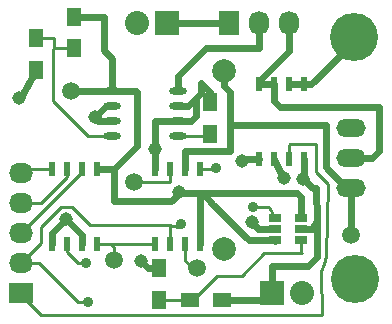
<source format=gtl>
G04 #@! TF.FileFunction,Copper,L1,Top,Signal*
%FSLAX46Y46*%
G04 Gerber Fmt 4.6, Leading zero omitted, Abs format (unit mm)*
G04 Created by KiCad (PCBNEW (2015-04-09 BZR 5589)-product) date Wednesday, 15 April 2015 07:54:32 pm*
%MOMM*%
G01*
G04 APERTURE LIST*
%ADD10C,0.150000*%
%ADD11R,2.032000X2.032000*%
%ADD12O,2.032000X2.032000*%
%ADD13R,2.032000X1.727200*%
%ADD14O,2.032000X1.727200*%
%ADD15R,1.727200X2.032000*%
%ADD16O,1.727200X2.032000*%
%ADD17C,1.501140*%
%ADD18O,2.499360X1.501140*%
%ADD19C,1.998980*%
%ADD20R,1.300000X1.500000*%
%ADD21R,1.500000X1.300000*%
%ADD22R,0.508000X1.143000*%
%ADD23O,1.473200X0.609600*%
%ADD24R,1.060000X0.650000*%
%ADD25C,4.064000*%
%ADD26C,1.143000*%
%ADD27C,0.889000*%
%ADD28C,0.609600*%
%ADD29C,0.254000*%
G04 APERTURE END LIST*
D10*
D11*
X157480000Y-96520000D03*
D12*
X154940000Y-96520000D03*
D11*
X166370000Y-119380000D03*
D12*
X168910000Y-119380000D03*
D13*
X145135600Y-119380000D03*
D14*
X145135600Y-116840000D03*
X145135600Y-114300000D03*
X145135600Y-111760000D03*
X145135600Y-109220000D03*
D15*
X162712400Y-96520000D03*
D16*
X165252400Y-96520000D03*
X167792400Y-96520000D03*
D17*
X154686000Y-109982000D03*
X173075600Y-114503200D03*
X152958800Y-116586000D03*
X159969200Y-117297200D03*
X149352000Y-102311200D03*
D18*
X173024800Y-107950000D03*
X173024800Y-105410000D03*
X173024800Y-110490000D03*
D19*
X162306000Y-100653200D03*
X162306000Y-115653200D03*
D20*
X161086800Y-105947200D03*
X161086800Y-103247200D03*
X149555200Y-96008200D03*
X149555200Y-98708200D03*
X146380200Y-97837000D03*
X146380200Y-100537000D03*
D21*
X162132000Y-119989600D03*
X159432000Y-119989600D03*
D20*
X156768800Y-119968000D03*
X156768800Y-117268000D03*
D22*
X160248600Y-115239800D03*
X158978600Y-115239800D03*
X157708600Y-115239800D03*
X156438600Y-115239800D03*
X156438600Y-108889800D03*
X157708600Y-108889800D03*
X158978600Y-108889800D03*
X160248600Y-108889800D03*
D23*
X152844500Y-102298500D03*
X152844500Y-103568500D03*
X152844500Y-104838500D03*
X152844500Y-106108500D03*
X158432500Y-106108500D03*
X158432500Y-104838500D03*
X158432500Y-103568500D03*
X158432500Y-102298500D03*
D24*
X166641600Y-113045200D03*
X166641600Y-113995200D03*
X166641600Y-114945200D03*
X168841600Y-114945200D03*
X168841600Y-113045200D03*
X168841600Y-113995200D03*
D22*
X151511000Y-115290600D03*
X150241000Y-115290600D03*
X148971000Y-115290600D03*
X147701000Y-115290600D03*
X147701000Y-108940600D03*
X148971000Y-108940600D03*
X150241000Y-108940600D03*
X151511000Y-108940600D03*
X169037000Y-108077000D03*
X167767000Y-108077000D03*
X166497000Y-108077000D03*
X165227000Y-108077000D03*
X165227000Y-101727000D03*
X166497000Y-101727000D03*
X167767000Y-101727000D03*
X169037000Y-101727000D03*
D25*
X173329600Y-97739200D03*
X173355000Y-118237000D03*
D26*
X158445200Y-110845600D03*
X148894800Y-113182400D03*
X144957800Y-102920800D03*
X156464000Y-107238800D03*
X164642800Y-113436400D03*
X155244800Y-116687600D03*
X163779200Y-108204000D03*
X151333200Y-104546400D03*
D27*
X150787100Y-120192800D03*
X158623000Y-113563400D03*
D26*
X169011600Y-109728000D03*
D27*
X164744400Y-112115600D03*
X161645600Y-108864400D03*
X150622000Y-116890800D03*
D26*
X167335200Y-109677200D03*
D28*
X152844500Y-102298500D02*
X152844500Y-99580700D01*
X152142200Y-96008200D02*
X149555200Y-96008200D01*
X152146000Y-96012000D02*
X152142200Y-96008200D01*
X152146000Y-98882200D02*
X152146000Y-96012000D01*
X152844500Y-99580700D02*
X152146000Y-98882200D01*
X160426400Y-110947200D02*
X158546800Y-110947200D01*
X152958800Y-111658400D02*
X152958800Y-108915200D01*
X157835600Y-111658400D02*
X152958800Y-111658400D01*
X158546800Y-110947200D02*
X157835600Y-111658400D01*
X152844500Y-102298500D02*
X149364700Y-102298500D01*
X149364700Y-102298500D02*
X149352000Y-102311200D01*
X152844500Y-102298500D02*
X154825700Y-102298500D01*
X154825700Y-102298500D02*
X154940000Y-102412800D01*
X154940000Y-102412800D02*
X154940000Y-106934000D01*
X154940000Y-106934000D02*
X152958800Y-108915200D01*
X152958800Y-108940600D02*
X151511000Y-108940600D01*
X152958800Y-108915200D02*
X152933400Y-108940600D01*
X166641600Y-114945200D02*
X166641600Y-114978000D01*
X168841600Y-111285200D02*
X168503600Y-110947200D01*
X168503600Y-110947200D02*
X160426400Y-110947200D01*
X168841600Y-113045200D02*
X168841600Y-111285200D01*
X161188400Y-111709200D02*
X160426400Y-110947200D01*
X161188400Y-111760000D02*
X161188400Y-111709200D01*
X164373600Y-114945200D02*
X161188400Y-111760000D01*
X166641600Y-114945200D02*
X164373600Y-114945200D01*
X160248600Y-111125000D02*
X160426400Y-110947200D01*
X160248600Y-115239800D02*
X160248600Y-111125000D01*
X144957800Y-102920800D02*
X144987000Y-102950000D01*
X144987000Y-102950000D02*
X146380200Y-100537000D01*
X156438600Y-107264200D02*
X156438600Y-108889800D01*
X156438600Y-107264200D02*
X156464000Y-107238800D01*
X163906200Y-108077000D02*
X163779200Y-108204000D01*
X163906200Y-108077000D02*
X165227000Y-108077000D01*
X156768800Y-117268000D02*
X155825200Y-117268000D01*
X155825200Y-117268000D02*
X155244800Y-116687600D01*
X155825200Y-117268000D02*
X155244800Y-116687600D01*
X165201600Y-113995200D02*
X164642800Y-113436400D01*
X166641600Y-113995200D02*
X165201600Y-113995200D01*
X147701000Y-114376200D02*
X148894800Y-113182400D01*
X147701000Y-115290600D02*
X147701000Y-114376200D01*
X150241000Y-114528600D02*
X148894800Y-113182400D01*
X150241000Y-115290600D02*
X150241000Y-114528600D01*
X159918400Y-102870000D02*
X160324800Y-102463600D01*
X159219900Y-103568500D02*
X159918400Y-102870000D01*
X160324800Y-102463600D02*
X160324800Y-101650800D01*
X161086800Y-102412800D02*
X161086800Y-103247200D01*
X161086800Y-102412800D02*
X160324800Y-101650800D01*
X158432500Y-103568500D02*
X159219900Y-103568500D01*
X159524700Y-104838500D02*
X159918400Y-104444800D01*
X159918400Y-104444800D02*
X159918400Y-102870000D01*
X158432500Y-104838500D02*
X159524700Y-104838500D01*
X151625300Y-104838500D02*
X151333200Y-104546400D01*
X152844500Y-104838500D02*
X151625300Y-104838500D01*
X152311100Y-103568500D02*
X151333200Y-104546400D01*
X152844500Y-103568500D02*
X152311100Y-103568500D01*
X156451300Y-104838500D02*
X156464000Y-104851200D01*
X156464000Y-104851200D02*
X156464000Y-107238800D01*
X158432500Y-104838500D02*
X156451300Y-104838500D01*
D29*
X150787100Y-120192800D02*
X149948900Y-120192800D01*
X146596100Y-116840000D02*
X145135600Y-116840000D01*
X149948900Y-120192800D02*
X146596100Y-116840000D01*
X157734000Y-113690400D02*
X158318200Y-113868200D01*
X158318200Y-113868200D02*
X158623000Y-113563400D01*
X157708600Y-113690400D02*
X157734000Y-113690400D01*
X157734000Y-113690400D02*
X150952200Y-113690400D01*
X146761200Y-115214400D02*
X145135600Y-116840000D01*
X146761200Y-113868200D02*
X146761200Y-115214400D01*
X148463000Y-112166400D02*
X146761200Y-113868200D01*
X149428200Y-112166400D02*
X148463000Y-112166400D01*
X150952200Y-113690400D02*
X149428200Y-112166400D01*
X157708600Y-115239800D02*
X157708600Y-113690400D01*
D28*
X158432500Y-101003100D02*
X160731200Y-98704400D01*
X160731200Y-98704400D02*
X165201600Y-98704400D01*
X165201600Y-98704400D02*
X165252400Y-98653600D01*
X165252400Y-98653600D02*
X165252400Y-96520000D01*
X158432500Y-102298500D02*
X158432500Y-101003100D01*
X162132000Y-119989600D02*
X165760400Y-119989600D01*
X165760400Y-119989600D02*
X166370000Y-119380000D01*
X169773600Y-113995200D02*
X170129703Y-113278970D01*
X168841600Y-113995200D02*
X169773600Y-113995200D01*
X170129703Y-116382297D02*
X169367200Y-117144800D01*
X169367200Y-117144800D02*
X166370000Y-117144800D01*
X166370000Y-117144800D02*
X166370000Y-119380000D01*
X170129703Y-113278970D02*
X170129703Y-116382297D01*
X169037000Y-108077000D02*
X169037000Y-109702600D01*
X169793197Y-110509597D02*
X169011600Y-109728000D01*
X169037000Y-109702600D02*
X169011600Y-109728000D01*
X169037000Y-109702600D02*
X169011600Y-109728000D01*
X170129703Y-113278970D02*
X170106843Y-110509597D01*
X170106843Y-110509597D02*
X169793197Y-110509597D01*
D29*
X153720800Y-121259600D02*
X146786600Y-121259600D01*
X146786600Y-121259600D02*
X144881600Y-119354600D01*
X167767000Y-106908600D02*
X167894000Y-106781600D01*
X167894000Y-106781600D02*
X170078400Y-106781600D01*
X170078400Y-106781600D02*
X170078400Y-109169200D01*
X170078400Y-109169200D02*
X171094400Y-110185200D01*
X171094400Y-110185200D02*
X170916600Y-116255800D01*
X170916600Y-116255800D02*
X170789600Y-116992400D01*
X170789600Y-116992400D02*
X170535600Y-117576600D01*
X170535600Y-117576600D02*
X170586400Y-121259600D01*
X170586400Y-121259600D02*
X153720800Y-121259600D01*
X153720800Y-121259600D02*
X153670000Y-121259600D01*
X167767000Y-108077000D02*
X167767000Y-106908600D01*
X159969200Y-117297200D02*
X159613600Y-117297200D01*
X159613600Y-117297200D02*
X158978600Y-116662200D01*
X158978600Y-116662200D02*
X158978600Y-115239800D01*
X166120564Y-112113049D02*
X164744400Y-112115600D01*
X166641600Y-113045200D02*
X166120564Y-112113049D01*
D28*
X157480000Y-96520000D02*
X162712400Y-96520000D01*
D29*
X150241000Y-108940600D02*
X150241000Y-109194600D01*
X150241000Y-109194600D02*
X145135600Y-114300000D01*
X148971000Y-108940600D02*
X148971000Y-109575600D01*
X146786600Y-111760000D02*
X145135600Y-111760000D01*
X148971000Y-109575600D02*
X146786600Y-111760000D01*
X147701000Y-108940600D02*
X145415000Y-108940600D01*
X145415000Y-108940600D02*
X145135600Y-109220000D01*
D28*
X169037000Y-101727000D02*
X167767000Y-101727000D01*
X169672000Y-101727000D02*
X173609000Y-97790000D01*
X169037000Y-101727000D02*
X169672000Y-101727000D01*
X166497000Y-101727000D02*
X165227000Y-101727000D01*
X167894000Y-96621600D02*
X167792400Y-96520000D01*
X167792400Y-98907600D02*
X167792400Y-96520000D01*
X165227000Y-101473000D02*
X167792400Y-98907600D01*
X165227000Y-101727000D02*
X165227000Y-101473000D01*
X166497000Y-103149400D02*
X167030400Y-103682800D01*
X167030400Y-103682800D02*
X175412400Y-103682800D01*
X175412400Y-103682800D02*
X175412400Y-107391200D01*
X175412400Y-107391200D02*
X174853600Y-107950000D01*
X174853600Y-107950000D02*
X173024800Y-107950000D01*
X166497000Y-101727000D02*
X166497000Y-103149400D01*
D29*
X157708600Y-108889800D02*
X157708600Y-109956600D01*
X157683200Y-109982000D02*
X154686000Y-109982000D01*
X157708600Y-109956600D02*
X157683200Y-109982000D01*
D28*
X173075600Y-114503200D02*
X173075600Y-110540800D01*
X162813999Y-104495600D02*
X162813999Y-104495600D01*
X162814000Y-102412800D02*
X162306000Y-101904800D01*
X162813999Y-104495600D02*
X162814000Y-102412800D01*
X162306000Y-101904800D02*
X162306000Y-100653200D01*
X162814000Y-107391200D02*
X162813999Y-104495600D01*
X159004000Y-107391200D02*
X162814000Y-107391200D01*
X158978600Y-107416600D02*
X159004000Y-107391200D01*
X158978600Y-108889800D02*
X158978600Y-107416600D01*
X170916600Y-108788200D02*
X170891200Y-108762800D01*
X172618400Y-110490000D02*
X170916600Y-108788200D01*
X173024800Y-110490000D02*
X172618400Y-110490000D01*
X170916600Y-105232200D02*
X170840400Y-105156000D01*
X170840400Y-105156000D02*
X162813999Y-105156000D01*
X162813999Y-105156000D02*
X162813999Y-104495600D01*
X170916600Y-108788200D02*
X170916600Y-105232200D01*
D29*
X152730200Y-115290600D02*
X153974800Y-115290600D01*
X151511000Y-115290600D02*
X152730200Y-115290600D01*
X153974800Y-115290600D02*
X156387800Y-115290600D01*
X156387800Y-115290600D02*
X156438600Y-115239800D01*
X152958800Y-115519200D02*
X152730200Y-115290600D01*
X152958800Y-116586000D02*
X152958800Y-115519200D01*
X161620200Y-108889800D02*
X160248600Y-108889800D01*
X161620200Y-108889800D02*
X161645600Y-108864400D01*
X148971000Y-115951000D02*
X148971000Y-115290600D01*
X149910800Y-116890800D02*
X150622000Y-116890800D01*
X148971000Y-115951000D02*
X149910800Y-116890800D01*
X158432500Y-106108500D02*
X160925500Y-106108500D01*
X160925500Y-106108500D02*
X161086800Y-105947200D01*
X147878800Y-98708200D02*
X147878800Y-97866200D01*
X147849600Y-97837000D02*
X146380200Y-97837000D01*
X147878800Y-97866200D02*
X147849600Y-97837000D01*
X152844500Y-106108500D02*
X150812500Y-106108500D01*
X147875000Y-98708200D02*
X147878800Y-98708200D01*
X147878800Y-98708200D02*
X149555200Y-98708200D01*
X147853400Y-98729800D02*
X147875000Y-98708200D01*
X147853400Y-103149400D02*
X147853400Y-98729800D01*
X150812500Y-106108500D02*
X147853400Y-103149400D01*
X159432000Y-119989600D02*
X156790400Y-119989600D01*
X156790400Y-119989600D02*
X156768800Y-119968000D01*
X159432000Y-119989600D02*
X159664400Y-119989600D01*
X159664400Y-119989600D02*
X161696400Y-117957600D01*
X161696400Y-117957600D02*
X163779200Y-117957600D01*
X163779200Y-117957600D02*
X165709600Y-116027200D01*
X165709600Y-116027200D02*
X168859200Y-116027200D01*
X168859200Y-116027200D02*
X168841600Y-116009600D01*
X168841600Y-116009600D02*
X168841600Y-114945200D01*
D28*
X167309800Y-109651800D02*
X166497000Y-108077000D01*
X167309800Y-109651800D02*
X167335200Y-109677200D01*
M02*

</source>
